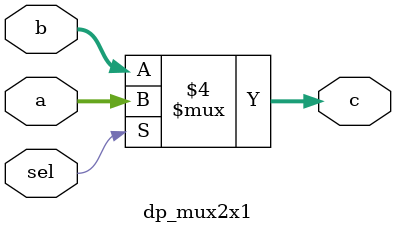
<source format=v>
`timescale 1ns / 1ps
module dp_mux2x1(a,b,sel,c);
parameter datawidth = 8;
input [datawidth-1:0] a,b;
input sel;
output reg [datawidth-1:0] c;

always@(a or b or sel) begin
	if (sel == 1)
		c <= a;
	else
		c <= b;
end

endmodule

</source>
